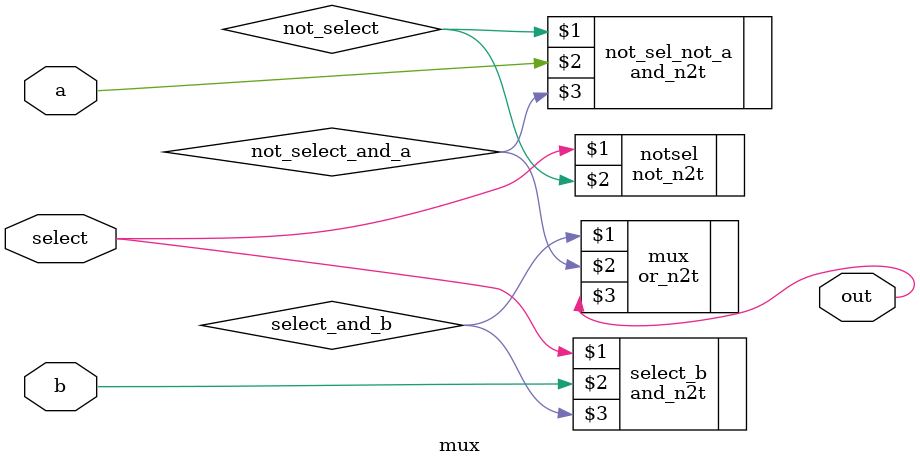
<source format=sv>
module mux(
    input  a,
    input  b,
    input  select,
    output out
);
    wire select_and_b, not_select, not_select_and_a;
    and_n2t select_b(select, b, select_and_b);
    not_n2t notsel(select, not_select);
    and_n2t not_sel_not_a(not_select, a, not_select_and_a);
    or_n2t mux(select_and_b, not_select_and_a, out);
endmodule

</source>
